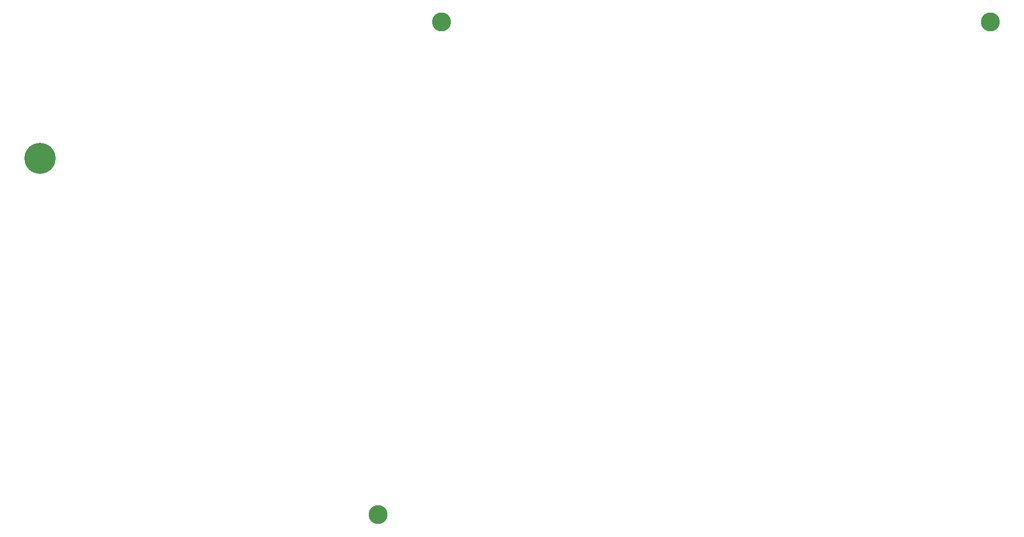
<source format=gts>
%TF.GenerationSoftware,KiCad,Pcbnew,(5.1.10-1-10_14)*%
%TF.CreationDate,2021-07-02T05:56:29+09:00*%
%TF.ProjectId,keyplate,6b657970-6c61-4746-952e-6b696361645f,rev?*%
%TF.SameCoordinates,Original*%
%TF.FileFunction,Soldermask,Top*%
%TF.FilePolarity,Negative*%
%FSLAX46Y46*%
G04 Gerber Fmt 4.6, Leading zero omitted, Abs format (unit mm)*
G04 Created by KiCad (PCBNEW (5.1.10-1-10_14)) date 2021-07-02 05:56:29*
%MOMM*%
%LPD*%
G01*
G04 APERTURE LIST*
%ADD10C,5.400000*%
%ADD11C,3.300000*%
G04 APERTURE END LIST*
D10*
%TO.C,REF\u002A\u002A*%
X40550000Y-43510000D03*
%TD*%
D11*
%TO.C,REF\u002A\u002A*%
X110250000Y-19859480D03*
%TD*%
%TO.C,REF\u002A\u002A*%
X99200000Y-105459480D03*
%TD*%
%TO.C,REF\u002A\u002A*%
X205500000Y-19859480D03*
%TD*%
M02*

</source>
